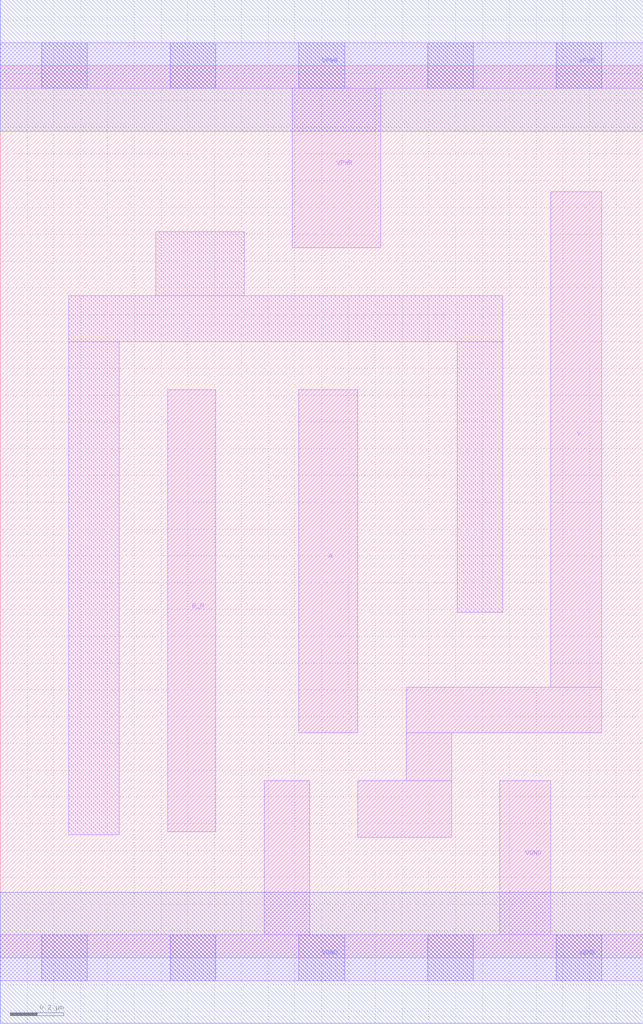
<source format=lef>
# Copyright 2020 The SkyWater PDK Authors
#
# Licensed under the Apache License, Version 2.0 (the "License");
# you may not use this file except in compliance with the License.
# You may obtain a copy of the License at
#
#     https://www.apache.org/licenses/LICENSE-2.0
#
# Unless required by applicable law or agreed to in writing, software
# distributed under the License is distributed on an "AS IS" BASIS,
# WITHOUT WARRANTIES OR CONDITIONS OF ANY KIND, either express or implied.
# See the License for the specific language governing permissions and
# limitations under the License.
#
# SPDX-License-Identifier: Apache-2.0

VERSION 5.7 ;
  NAMESCASESENSITIVE ON ;
  NOWIREEXTENSIONATPIN ON ;
  DIVIDERCHAR "/" ;
  BUSBITCHARS "[]" ;
UNITS
  DATABASE MICRONS 200 ;
END UNITS
MACRO sky130_fd_sc_lp__nor2b_m
  CLASS CORE ;
  SOURCE USER ;
  FOREIGN sky130_fd_sc_lp__nor2b_m ;
  ORIGIN  0.000000  0.000000 ;
  SIZE  2.400000 BY  3.330000 ;
  SYMMETRY X Y R90 ;
  SITE unit ;
  PIN A
    ANTENNAGATEAREA  0.126000 ;
    DIRECTION INPUT ;
    USE SIGNAL ;
    PORT
      LAYER li1 ;
        RECT 1.115000 0.840000 1.335000 2.120000 ;
    END
  END A
  PIN B_N
    ANTENNAGATEAREA  0.126000 ;
    DIRECTION INPUT ;
    USE SIGNAL ;
    PORT
      LAYER li1 ;
        RECT 0.625000 0.470000 0.805000 2.120000 ;
    END
  END B_N
  PIN Y
    ANTENNADIFFAREA  0.228900 ;
    DIRECTION OUTPUT ;
    USE SIGNAL ;
    PORT
      LAYER li1 ;
        RECT 1.335000 0.450000 1.685000 0.660000 ;
        RECT 1.515000 0.660000 1.685000 0.840000 ;
        RECT 1.515000 0.840000 2.245000 1.010000 ;
        RECT 2.055000 1.010000 2.245000 2.860000 ;
    END
  END Y
  PIN VGND
    DIRECTION INOUT ;
    USE GROUND ;
    PORT
      LAYER li1 ;
        RECT 0.000000 -0.085000 2.400000 0.085000 ;
        RECT 0.985000  0.085000 1.155000 0.660000 ;
        RECT 1.865000  0.085000 2.055000 0.660000 ;
      LAYER mcon ;
        RECT 0.155000 -0.085000 0.325000 0.085000 ;
        RECT 0.635000 -0.085000 0.805000 0.085000 ;
        RECT 1.115000 -0.085000 1.285000 0.085000 ;
        RECT 1.595000 -0.085000 1.765000 0.085000 ;
        RECT 2.075000 -0.085000 2.245000 0.085000 ;
      LAYER met1 ;
        RECT 0.000000 -0.245000 2.400000 0.245000 ;
    END
  END VGND
  PIN VPWR
    DIRECTION INOUT ;
    USE POWER ;
    PORT
      LAYER li1 ;
        RECT 0.000000 3.245000 2.400000 3.415000 ;
        RECT 1.090000 2.650000 1.420000 3.245000 ;
      LAYER mcon ;
        RECT 0.155000 3.245000 0.325000 3.415000 ;
        RECT 0.635000 3.245000 0.805000 3.415000 ;
        RECT 1.115000 3.245000 1.285000 3.415000 ;
        RECT 1.595000 3.245000 1.765000 3.415000 ;
        RECT 2.075000 3.245000 2.245000 3.415000 ;
      LAYER met1 ;
        RECT 0.000000 3.085000 2.400000 3.575000 ;
    END
  END VPWR
  OBS
    LAYER li1 ;
      RECT 0.255000 0.460000 0.445000 2.300000 ;
      RECT 0.255000 2.300000 1.875000 2.470000 ;
      RECT 0.580000 2.470000 0.910000 2.710000 ;
      RECT 1.705000 1.290000 1.875000 2.300000 ;
  END
END sky130_fd_sc_lp__nor2b_m

</source>
